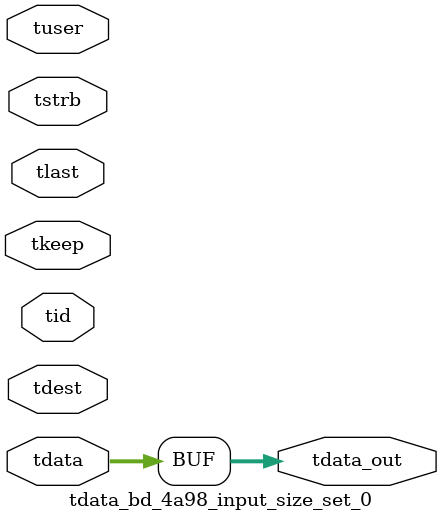
<source format=v>


`timescale 1ps/1ps

module tdata_bd_4a98_input_size_set_0 #
(
parameter C_S_AXIS_TDATA_WIDTH = 32,
parameter C_S_AXIS_TUSER_WIDTH = 0,
parameter C_S_AXIS_TID_WIDTH   = 0,
parameter C_S_AXIS_TDEST_WIDTH = 0,
parameter C_M_AXIS_TDATA_WIDTH = 32
)
(
input  [(C_S_AXIS_TDATA_WIDTH == 0 ? 1 : C_S_AXIS_TDATA_WIDTH)-1:0     ] tdata,
input  [(C_S_AXIS_TUSER_WIDTH == 0 ? 1 : C_S_AXIS_TUSER_WIDTH)-1:0     ] tuser,
input  [(C_S_AXIS_TID_WIDTH   == 0 ? 1 : C_S_AXIS_TID_WIDTH)-1:0       ] tid,
input  [(C_S_AXIS_TDEST_WIDTH == 0 ? 1 : C_S_AXIS_TDEST_WIDTH)-1:0     ] tdest,
input  [(C_S_AXIS_TDATA_WIDTH/8)-1:0 ] tkeep,
input  [(C_S_AXIS_TDATA_WIDTH/8)-1:0 ] tstrb,
input                                                                    tlast,
output [C_M_AXIS_TDATA_WIDTH-1:0] tdata_out
);

assign tdata_out = {tdata[47:0]};

endmodule


</source>
